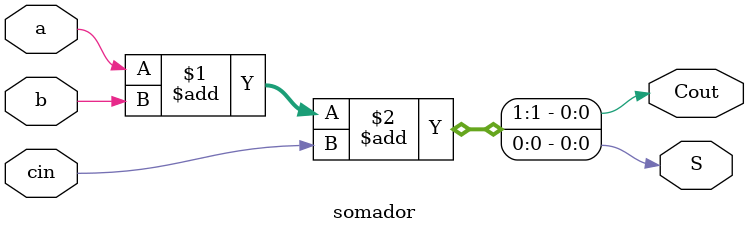
<source format=sv>
module somador(
input a,
input b,
input cin,
output S,
output Cout
);
assign {Cout, S} = a + b + cin;
endmodule
</source>
